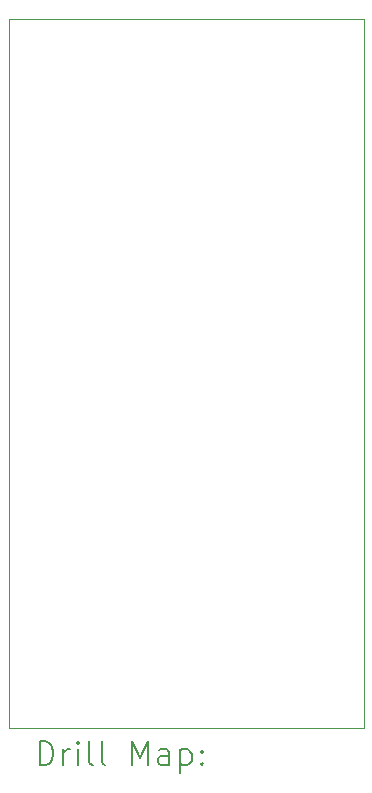
<source format=gbr>
%TF.GenerationSoftware,KiCad,Pcbnew,8.0.7*%
%TF.CreationDate,2025-01-05T21:05:24-07:00*%
%TF.ProjectId,Hat PCB,48617420-5043-4422-9e6b-696361645f70,rev?*%
%TF.SameCoordinates,Original*%
%TF.FileFunction,Drillmap*%
%TF.FilePolarity,Positive*%
%FSLAX45Y45*%
G04 Gerber Fmt 4.5, Leading zero omitted, Abs format (unit mm)*
G04 Created by KiCad (PCBNEW 8.0.7) date 2025-01-05 21:05:24*
%MOMM*%
%LPD*%
G01*
G04 APERTURE LIST*
%ADD10C,0.050000*%
%ADD11C,0.200000*%
G04 APERTURE END LIST*
D10*
X23850000Y-9600000D02*
X26850000Y-9600000D01*
X26850000Y-15600000D02*
X23850000Y-15600000D01*
X23850000Y-15600000D02*
X23850000Y-9600000D01*
X26850000Y-9600000D02*
X26850000Y-15600000D01*
D11*
X24108277Y-15913984D02*
X24108277Y-15713984D01*
X24108277Y-15713984D02*
X24155896Y-15713984D01*
X24155896Y-15713984D02*
X24184467Y-15723508D01*
X24184467Y-15723508D02*
X24203515Y-15742555D01*
X24203515Y-15742555D02*
X24213039Y-15761603D01*
X24213039Y-15761603D02*
X24222562Y-15799698D01*
X24222562Y-15799698D02*
X24222562Y-15828269D01*
X24222562Y-15828269D02*
X24213039Y-15866365D01*
X24213039Y-15866365D02*
X24203515Y-15885412D01*
X24203515Y-15885412D02*
X24184467Y-15904460D01*
X24184467Y-15904460D02*
X24155896Y-15913984D01*
X24155896Y-15913984D02*
X24108277Y-15913984D01*
X24308277Y-15913984D02*
X24308277Y-15780650D01*
X24308277Y-15818746D02*
X24317801Y-15799698D01*
X24317801Y-15799698D02*
X24327324Y-15790174D01*
X24327324Y-15790174D02*
X24346372Y-15780650D01*
X24346372Y-15780650D02*
X24365420Y-15780650D01*
X24432086Y-15913984D02*
X24432086Y-15780650D01*
X24432086Y-15713984D02*
X24422562Y-15723508D01*
X24422562Y-15723508D02*
X24432086Y-15733031D01*
X24432086Y-15733031D02*
X24441610Y-15723508D01*
X24441610Y-15723508D02*
X24432086Y-15713984D01*
X24432086Y-15713984D02*
X24432086Y-15733031D01*
X24555896Y-15913984D02*
X24536848Y-15904460D01*
X24536848Y-15904460D02*
X24527324Y-15885412D01*
X24527324Y-15885412D02*
X24527324Y-15713984D01*
X24660658Y-15913984D02*
X24641610Y-15904460D01*
X24641610Y-15904460D02*
X24632086Y-15885412D01*
X24632086Y-15885412D02*
X24632086Y-15713984D01*
X24889229Y-15913984D02*
X24889229Y-15713984D01*
X24889229Y-15713984D02*
X24955896Y-15856841D01*
X24955896Y-15856841D02*
X25022562Y-15713984D01*
X25022562Y-15713984D02*
X25022562Y-15913984D01*
X25203515Y-15913984D02*
X25203515Y-15809222D01*
X25203515Y-15809222D02*
X25193991Y-15790174D01*
X25193991Y-15790174D02*
X25174943Y-15780650D01*
X25174943Y-15780650D02*
X25136848Y-15780650D01*
X25136848Y-15780650D02*
X25117801Y-15790174D01*
X25203515Y-15904460D02*
X25184467Y-15913984D01*
X25184467Y-15913984D02*
X25136848Y-15913984D01*
X25136848Y-15913984D02*
X25117801Y-15904460D01*
X25117801Y-15904460D02*
X25108277Y-15885412D01*
X25108277Y-15885412D02*
X25108277Y-15866365D01*
X25108277Y-15866365D02*
X25117801Y-15847317D01*
X25117801Y-15847317D02*
X25136848Y-15837793D01*
X25136848Y-15837793D02*
X25184467Y-15837793D01*
X25184467Y-15837793D02*
X25203515Y-15828269D01*
X25298753Y-15780650D02*
X25298753Y-15980650D01*
X25298753Y-15790174D02*
X25317801Y-15780650D01*
X25317801Y-15780650D02*
X25355896Y-15780650D01*
X25355896Y-15780650D02*
X25374943Y-15790174D01*
X25374943Y-15790174D02*
X25384467Y-15799698D01*
X25384467Y-15799698D02*
X25393991Y-15818746D01*
X25393991Y-15818746D02*
X25393991Y-15875888D01*
X25393991Y-15875888D02*
X25384467Y-15894936D01*
X25384467Y-15894936D02*
X25374943Y-15904460D01*
X25374943Y-15904460D02*
X25355896Y-15913984D01*
X25355896Y-15913984D02*
X25317801Y-15913984D01*
X25317801Y-15913984D02*
X25298753Y-15904460D01*
X25479705Y-15894936D02*
X25489229Y-15904460D01*
X25489229Y-15904460D02*
X25479705Y-15913984D01*
X25479705Y-15913984D02*
X25470182Y-15904460D01*
X25470182Y-15904460D02*
X25479705Y-15894936D01*
X25479705Y-15894936D02*
X25479705Y-15913984D01*
X25479705Y-15790174D02*
X25489229Y-15799698D01*
X25489229Y-15799698D02*
X25479705Y-15809222D01*
X25479705Y-15809222D02*
X25470182Y-15799698D01*
X25470182Y-15799698D02*
X25479705Y-15790174D01*
X25479705Y-15790174D02*
X25479705Y-15809222D01*
M02*

</source>
